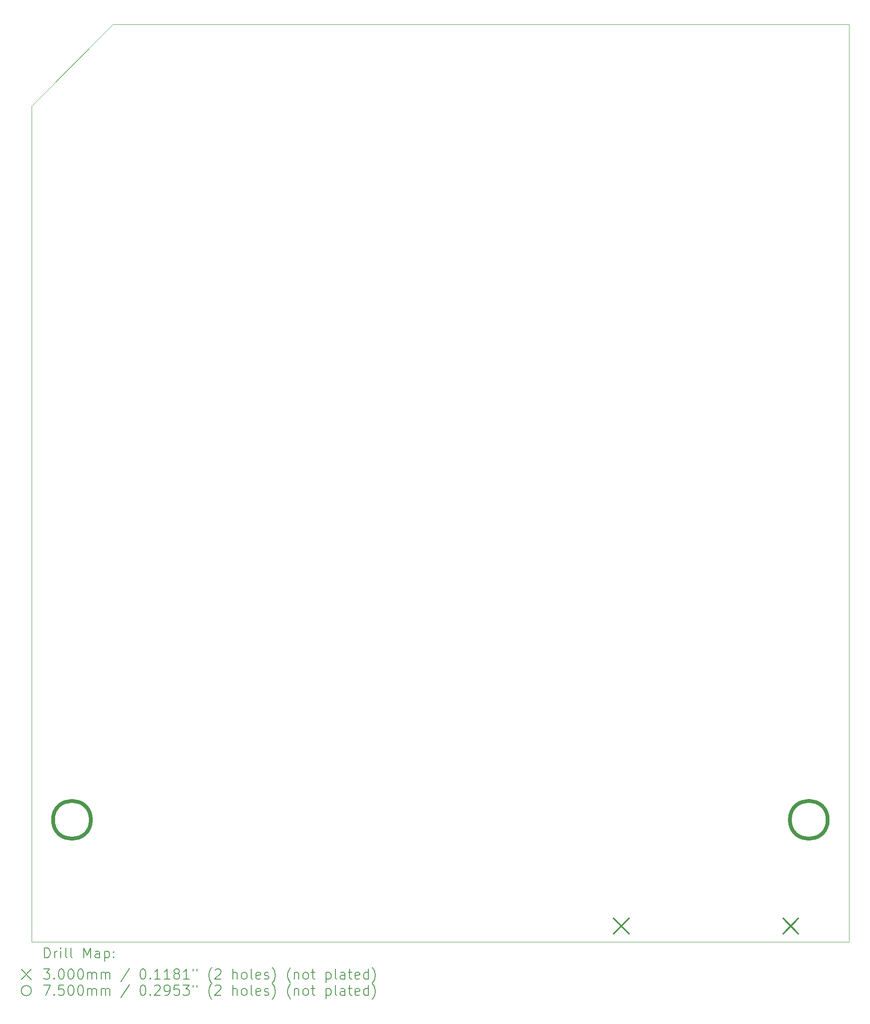
<source format=gbr>
%TF.GenerationSoftware,KiCad,Pcbnew,8.0.5*%
%TF.CreationDate,2024-11-12T22:59:27-08:00*%
%TF.ProjectId,URBAN_CELL_BOARD,55524241-4e5f-4434-954c-4c5f424f4152,rev?*%
%TF.SameCoordinates,Original*%
%TF.FileFunction,Drillmap*%
%TF.FilePolarity,Positive*%
%FSLAX45Y45*%
G04 Gerber Fmt 4.5, Leading zero omitted, Abs format (unit mm)*
G04 Created by KiCad (PCBNEW 8.0.5) date 2024-11-12 22:59:27*
%MOMM*%
%LPD*%
G01*
G04 APERTURE LIST*
%ADD10C,0.100000*%
%ADD11C,0.200000*%
%ADD12C,0.300000*%
%ADD13C,0.750000*%
G04 APERTURE END LIST*
D10*
X8387900Y-28158400D02*
X8387900Y-11612100D01*
X10000000Y-10000000D02*
X24587900Y-10000000D01*
X8387900Y-11612100D02*
X10000000Y-10000000D01*
X24587900Y-28158400D02*
X8387900Y-28158400D01*
X24587900Y-10000000D02*
X24587900Y-28158400D01*
D11*
D12*
X19921500Y-27694500D02*
X20221500Y-27994500D01*
X20221500Y-27694500D02*
X19921500Y-27994500D01*
X23281500Y-27694500D02*
X23581500Y-27994500D01*
X23581500Y-27694500D02*
X23281500Y-27994500D01*
D13*
X9562900Y-25742100D02*
G75*
G02*
X8812900Y-25742100I-375000J0D01*
G01*
X8812900Y-25742100D02*
G75*
G02*
X9562900Y-25742100I375000J0D01*
G01*
X24162900Y-25742100D02*
G75*
G02*
X23412900Y-25742100I-375000J0D01*
G01*
X23412900Y-25742100D02*
G75*
G02*
X24162900Y-25742100I375000J0D01*
G01*
D11*
X8643677Y-28474884D02*
X8643677Y-28274884D01*
X8643677Y-28274884D02*
X8691296Y-28274884D01*
X8691296Y-28274884D02*
X8719867Y-28284408D01*
X8719867Y-28284408D02*
X8738915Y-28303455D01*
X8738915Y-28303455D02*
X8748439Y-28322503D01*
X8748439Y-28322503D02*
X8757963Y-28360598D01*
X8757963Y-28360598D02*
X8757963Y-28389169D01*
X8757963Y-28389169D02*
X8748439Y-28427265D01*
X8748439Y-28427265D02*
X8738915Y-28446312D01*
X8738915Y-28446312D02*
X8719867Y-28465360D01*
X8719867Y-28465360D02*
X8691296Y-28474884D01*
X8691296Y-28474884D02*
X8643677Y-28474884D01*
X8843677Y-28474884D02*
X8843677Y-28341550D01*
X8843677Y-28379646D02*
X8853201Y-28360598D01*
X8853201Y-28360598D02*
X8862724Y-28351074D01*
X8862724Y-28351074D02*
X8881772Y-28341550D01*
X8881772Y-28341550D02*
X8900820Y-28341550D01*
X8967486Y-28474884D02*
X8967486Y-28341550D01*
X8967486Y-28274884D02*
X8957963Y-28284408D01*
X8957963Y-28284408D02*
X8967486Y-28293931D01*
X8967486Y-28293931D02*
X8977010Y-28284408D01*
X8977010Y-28284408D02*
X8967486Y-28274884D01*
X8967486Y-28274884D02*
X8967486Y-28293931D01*
X9091296Y-28474884D02*
X9072248Y-28465360D01*
X9072248Y-28465360D02*
X9062724Y-28446312D01*
X9062724Y-28446312D02*
X9062724Y-28274884D01*
X9196058Y-28474884D02*
X9177010Y-28465360D01*
X9177010Y-28465360D02*
X9167486Y-28446312D01*
X9167486Y-28446312D02*
X9167486Y-28274884D01*
X9424629Y-28474884D02*
X9424629Y-28274884D01*
X9424629Y-28274884D02*
X9491296Y-28417741D01*
X9491296Y-28417741D02*
X9557963Y-28274884D01*
X9557963Y-28274884D02*
X9557963Y-28474884D01*
X9738915Y-28474884D02*
X9738915Y-28370122D01*
X9738915Y-28370122D02*
X9729391Y-28351074D01*
X9729391Y-28351074D02*
X9710344Y-28341550D01*
X9710344Y-28341550D02*
X9672248Y-28341550D01*
X9672248Y-28341550D02*
X9653201Y-28351074D01*
X9738915Y-28465360D02*
X9719867Y-28474884D01*
X9719867Y-28474884D02*
X9672248Y-28474884D01*
X9672248Y-28474884D02*
X9653201Y-28465360D01*
X9653201Y-28465360D02*
X9643677Y-28446312D01*
X9643677Y-28446312D02*
X9643677Y-28427265D01*
X9643677Y-28427265D02*
X9653201Y-28408217D01*
X9653201Y-28408217D02*
X9672248Y-28398693D01*
X9672248Y-28398693D02*
X9719867Y-28398693D01*
X9719867Y-28398693D02*
X9738915Y-28389169D01*
X9834153Y-28341550D02*
X9834153Y-28541550D01*
X9834153Y-28351074D02*
X9853201Y-28341550D01*
X9853201Y-28341550D02*
X9891296Y-28341550D01*
X9891296Y-28341550D02*
X9910344Y-28351074D01*
X9910344Y-28351074D02*
X9919867Y-28360598D01*
X9919867Y-28360598D02*
X9929391Y-28379646D01*
X9929391Y-28379646D02*
X9929391Y-28436788D01*
X9929391Y-28436788D02*
X9919867Y-28455836D01*
X9919867Y-28455836D02*
X9910344Y-28465360D01*
X9910344Y-28465360D02*
X9891296Y-28474884D01*
X9891296Y-28474884D02*
X9853201Y-28474884D01*
X9853201Y-28474884D02*
X9834153Y-28465360D01*
X10015105Y-28455836D02*
X10024629Y-28465360D01*
X10024629Y-28465360D02*
X10015105Y-28474884D01*
X10015105Y-28474884D02*
X10005582Y-28465360D01*
X10005582Y-28465360D02*
X10015105Y-28455836D01*
X10015105Y-28455836D02*
X10015105Y-28474884D01*
X10015105Y-28351074D02*
X10024629Y-28360598D01*
X10024629Y-28360598D02*
X10015105Y-28370122D01*
X10015105Y-28370122D02*
X10005582Y-28360598D01*
X10005582Y-28360598D02*
X10015105Y-28351074D01*
X10015105Y-28351074D02*
X10015105Y-28370122D01*
X8182900Y-28703400D02*
X8382900Y-28903400D01*
X8382900Y-28703400D02*
X8182900Y-28903400D01*
X8624629Y-28694884D02*
X8748439Y-28694884D01*
X8748439Y-28694884D02*
X8681772Y-28771074D01*
X8681772Y-28771074D02*
X8710344Y-28771074D01*
X8710344Y-28771074D02*
X8729391Y-28780598D01*
X8729391Y-28780598D02*
X8738915Y-28790122D01*
X8738915Y-28790122D02*
X8748439Y-28809169D01*
X8748439Y-28809169D02*
X8748439Y-28856788D01*
X8748439Y-28856788D02*
X8738915Y-28875836D01*
X8738915Y-28875836D02*
X8729391Y-28885360D01*
X8729391Y-28885360D02*
X8710344Y-28894884D01*
X8710344Y-28894884D02*
X8653201Y-28894884D01*
X8653201Y-28894884D02*
X8634153Y-28885360D01*
X8634153Y-28885360D02*
X8624629Y-28875836D01*
X8834153Y-28875836D02*
X8843677Y-28885360D01*
X8843677Y-28885360D02*
X8834153Y-28894884D01*
X8834153Y-28894884D02*
X8824629Y-28885360D01*
X8824629Y-28885360D02*
X8834153Y-28875836D01*
X8834153Y-28875836D02*
X8834153Y-28894884D01*
X8967486Y-28694884D02*
X8986534Y-28694884D01*
X8986534Y-28694884D02*
X9005582Y-28704408D01*
X9005582Y-28704408D02*
X9015105Y-28713931D01*
X9015105Y-28713931D02*
X9024629Y-28732979D01*
X9024629Y-28732979D02*
X9034153Y-28771074D01*
X9034153Y-28771074D02*
X9034153Y-28818693D01*
X9034153Y-28818693D02*
X9024629Y-28856788D01*
X9024629Y-28856788D02*
X9015105Y-28875836D01*
X9015105Y-28875836D02*
X9005582Y-28885360D01*
X9005582Y-28885360D02*
X8986534Y-28894884D01*
X8986534Y-28894884D02*
X8967486Y-28894884D01*
X8967486Y-28894884D02*
X8948439Y-28885360D01*
X8948439Y-28885360D02*
X8938915Y-28875836D01*
X8938915Y-28875836D02*
X8929391Y-28856788D01*
X8929391Y-28856788D02*
X8919867Y-28818693D01*
X8919867Y-28818693D02*
X8919867Y-28771074D01*
X8919867Y-28771074D02*
X8929391Y-28732979D01*
X8929391Y-28732979D02*
X8938915Y-28713931D01*
X8938915Y-28713931D02*
X8948439Y-28704408D01*
X8948439Y-28704408D02*
X8967486Y-28694884D01*
X9157963Y-28694884D02*
X9177010Y-28694884D01*
X9177010Y-28694884D02*
X9196058Y-28704408D01*
X9196058Y-28704408D02*
X9205582Y-28713931D01*
X9205582Y-28713931D02*
X9215105Y-28732979D01*
X9215105Y-28732979D02*
X9224629Y-28771074D01*
X9224629Y-28771074D02*
X9224629Y-28818693D01*
X9224629Y-28818693D02*
X9215105Y-28856788D01*
X9215105Y-28856788D02*
X9205582Y-28875836D01*
X9205582Y-28875836D02*
X9196058Y-28885360D01*
X9196058Y-28885360D02*
X9177010Y-28894884D01*
X9177010Y-28894884D02*
X9157963Y-28894884D01*
X9157963Y-28894884D02*
X9138915Y-28885360D01*
X9138915Y-28885360D02*
X9129391Y-28875836D01*
X9129391Y-28875836D02*
X9119867Y-28856788D01*
X9119867Y-28856788D02*
X9110344Y-28818693D01*
X9110344Y-28818693D02*
X9110344Y-28771074D01*
X9110344Y-28771074D02*
X9119867Y-28732979D01*
X9119867Y-28732979D02*
X9129391Y-28713931D01*
X9129391Y-28713931D02*
X9138915Y-28704408D01*
X9138915Y-28704408D02*
X9157963Y-28694884D01*
X9348439Y-28694884D02*
X9367486Y-28694884D01*
X9367486Y-28694884D02*
X9386534Y-28704408D01*
X9386534Y-28704408D02*
X9396058Y-28713931D01*
X9396058Y-28713931D02*
X9405582Y-28732979D01*
X9405582Y-28732979D02*
X9415105Y-28771074D01*
X9415105Y-28771074D02*
X9415105Y-28818693D01*
X9415105Y-28818693D02*
X9405582Y-28856788D01*
X9405582Y-28856788D02*
X9396058Y-28875836D01*
X9396058Y-28875836D02*
X9386534Y-28885360D01*
X9386534Y-28885360D02*
X9367486Y-28894884D01*
X9367486Y-28894884D02*
X9348439Y-28894884D01*
X9348439Y-28894884D02*
X9329391Y-28885360D01*
X9329391Y-28885360D02*
X9319867Y-28875836D01*
X9319867Y-28875836D02*
X9310344Y-28856788D01*
X9310344Y-28856788D02*
X9300820Y-28818693D01*
X9300820Y-28818693D02*
X9300820Y-28771074D01*
X9300820Y-28771074D02*
X9310344Y-28732979D01*
X9310344Y-28732979D02*
X9319867Y-28713931D01*
X9319867Y-28713931D02*
X9329391Y-28704408D01*
X9329391Y-28704408D02*
X9348439Y-28694884D01*
X9500820Y-28894884D02*
X9500820Y-28761550D01*
X9500820Y-28780598D02*
X9510344Y-28771074D01*
X9510344Y-28771074D02*
X9529391Y-28761550D01*
X9529391Y-28761550D02*
X9557963Y-28761550D01*
X9557963Y-28761550D02*
X9577010Y-28771074D01*
X9577010Y-28771074D02*
X9586534Y-28790122D01*
X9586534Y-28790122D02*
X9586534Y-28894884D01*
X9586534Y-28790122D02*
X9596058Y-28771074D01*
X9596058Y-28771074D02*
X9615105Y-28761550D01*
X9615105Y-28761550D02*
X9643677Y-28761550D01*
X9643677Y-28761550D02*
X9662725Y-28771074D01*
X9662725Y-28771074D02*
X9672248Y-28790122D01*
X9672248Y-28790122D02*
X9672248Y-28894884D01*
X9767486Y-28894884D02*
X9767486Y-28761550D01*
X9767486Y-28780598D02*
X9777010Y-28771074D01*
X9777010Y-28771074D02*
X9796058Y-28761550D01*
X9796058Y-28761550D02*
X9824629Y-28761550D01*
X9824629Y-28761550D02*
X9843677Y-28771074D01*
X9843677Y-28771074D02*
X9853201Y-28790122D01*
X9853201Y-28790122D02*
X9853201Y-28894884D01*
X9853201Y-28790122D02*
X9862725Y-28771074D01*
X9862725Y-28771074D02*
X9881772Y-28761550D01*
X9881772Y-28761550D02*
X9910344Y-28761550D01*
X9910344Y-28761550D02*
X9929391Y-28771074D01*
X9929391Y-28771074D02*
X9938915Y-28790122D01*
X9938915Y-28790122D02*
X9938915Y-28894884D01*
X10329391Y-28685360D02*
X10157963Y-28942503D01*
X10586534Y-28694884D02*
X10605582Y-28694884D01*
X10605582Y-28694884D02*
X10624629Y-28704408D01*
X10624629Y-28704408D02*
X10634153Y-28713931D01*
X10634153Y-28713931D02*
X10643677Y-28732979D01*
X10643677Y-28732979D02*
X10653201Y-28771074D01*
X10653201Y-28771074D02*
X10653201Y-28818693D01*
X10653201Y-28818693D02*
X10643677Y-28856788D01*
X10643677Y-28856788D02*
X10634153Y-28875836D01*
X10634153Y-28875836D02*
X10624629Y-28885360D01*
X10624629Y-28885360D02*
X10605582Y-28894884D01*
X10605582Y-28894884D02*
X10586534Y-28894884D01*
X10586534Y-28894884D02*
X10567487Y-28885360D01*
X10567487Y-28885360D02*
X10557963Y-28875836D01*
X10557963Y-28875836D02*
X10548439Y-28856788D01*
X10548439Y-28856788D02*
X10538915Y-28818693D01*
X10538915Y-28818693D02*
X10538915Y-28771074D01*
X10538915Y-28771074D02*
X10548439Y-28732979D01*
X10548439Y-28732979D02*
X10557963Y-28713931D01*
X10557963Y-28713931D02*
X10567487Y-28704408D01*
X10567487Y-28704408D02*
X10586534Y-28694884D01*
X10738915Y-28875836D02*
X10748439Y-28885360D01*
X10748439Y-28885360D02*
X10738915Y-28894884D01*
X10738915Y-28894884D02*
X10729391Y-28885360D01*
X10729391Y-28885360D02*
X10738915Y-28875836D01*
X10738915Y-28875836D02*
X10738915Y-28894884D01*
X10938915Y-28894884D02*
X10824629Y-28894884D01*
X10881772Y-28894884D02*
X10881772Y-28694884D01*
X10881772Y-28694884D02*
X10862725Y-28723455D01*
X10862725Y-28723455D02*
X10843677Y-28742503D01*
X10843677Y-28742503D02*
X10824629Y-28752027D01*
X11129391Y-28894884D02*
X11015106Y-28894884D01*
X11072248Y-28894884D02*
X11072248Y-28694884D01*
X11072248Y-28694884D02*
X11053201Y-28723455D01*
X11053201Y-28723455D02*
X11034153Y-28742503D01*
X11034153Y-28742503D02*
X11015106Y-28752027D01*
X11243677Y-28780598D02*
X11224629Y-28771074D01*
X11224629Y-28771074D02*
X11215106Y-28761550D01*
X11215106Y-28761550D02*
X11205582Y-28742503D01*
X11205582Y-28742503D02*
X11205582Y-28732979D01*
X11205582Y-28732979D02*
X11215106Y-28713931D01*
X11215106Y-28713931D02*
X11224629Y-28704408D01*
X11224629Y-28704408D02*
X11243677Y-28694884D01*
X11243677Y-28694884D02*
X11281772Y-28694884D01*
X11281772Y-28694884D02*
X11300820Y-28704408D01*
X11300820Y-28704408D02*
X11310344Y-28713931D01*
X11310344Y-28713931D02*
X11319867Y-28732979D01*
X11319867Y-28732979D02*
X11319867Y-28742503D01*
X11319867Y-28742503D02*
X11310344Y-28761550D01*
X11310344Y-28761550D02*
X11300820Y-28771074D01*
X11300820Y-28771074D02*
X11281772Y-28780598D01*
X11281772Y-28780598D02*
X11243677Y-28780598D01*
X11243677Y-28780598D02*
X11224629Y-28790122D01*
X11224629Y-28790122D02*
X11215106Y-28799646D01*
X11215106Y-28799646D02*
X11205582Y-28818693D01*
X11205582Y-28818693D02*
X11205582Y-28856788D01*
X11205582Y-28856788D02*
X11215106Y-28875836D01*
X11215106Y-28875836D02*
X11224629Y-28885360D01*
X11224629Y-28885360D02*
X11243677Y-28894884D01*
X11243677Y-28894884D02*
X11281772Y-28894884D01*
X11281772Y-28894884D02*
X11300820Y-28885360D01*
X11300820Y-28885360D02*
X11310344Y-28875836D01*
X11310344Y-28875836D02*
X11319867Y-28856788D01*
X11319867Y-28856788D02*
X11319867Y-28818693D01*
X11319867Y-28818693D02*
X11310344Y-28799646D01*
X11310344Y-28799646D02*
X11300820Y-28790122D01*
X11300820Y-28790122D02*
X11281772Y-28780598D01*
X11510344Y-28894884D02*
X11396058Y-28894884D01*
X11453201Y-28894884D02*
X11453201Y-28694884D01*
X11453201Y-28694884D02*
X11434153Y-28723455D01*
X11434153Y-28723455D02*
X11415106Y-28742503D01*
X11415106Y-28742503D02*
X11396058Y-28752027D01*
X11586534Y-28694884D02*
X11586534Y-28732979D01*
X11662725Y-28694884D02*
X11662725Y-28732979D01*
X11957963Y-28971074D02*
X11948439Y-28961550D01*
X11948439Y-28961550D02*
X11929391Y-28932979D01*
X11929391Y-28932979D02*
X11919868Y-28913931D01*
X11919868Y-28913931D02*
X11910344Y-28885360D01*
X11910344Y-28885360D02*
X11900820Y-28837741D01*
X11900820Y-28837741D02*
X11900820Y-28799646D01*
X11900820Y-28799646D02*
X11910344Y-28752027D01*
X11910344Y-28752027D02*
X11919868Y-28723455D01*
X11919868Y-28723455D02*
X11929391Y-28704408D01*
X11929391Y-28704408D02*
X11948439Y-28675836D01*
X11948439Y-28675836D02*
X11957963Y-28666312D01*
X12024629Y-28713931D02*
X12034153Y-28704408D01*
X12034153Y-28704408D02*
X12053201Y-28694884D01*
X12053201Y-28694884D02*
X12100820Y-28694884D01*
X12100820Y-28694884D02*
X12119868Y-28704408D01*
X12119868Y-28704408D02*
X12129391Y-28713931D01*
X12129391Y-28713931D02*
X12138915Y-28732979D01*
X12138915Y-28732979D02*
X12138915Y-28752027D01*
X12138915Y-28752027D02*
X12129391Y-28780598D01*
X12129391Y-28780598D02*
X12015106Y-28894884D01*
X12015106Y-28894884D02*
X12138915Y-28894884D01*
X12377010Y-28894884D02*
X12377010Y-28694884D01*
X12462725Y-28894884D02*
X12462725Y-28790122D01*
X12462725Y-28790122D02*
X12453201Y-28771074D01*
X12453201Y-28771074D02*
X12434153Y-28761550D01*
X12434153Y-28761550D02*
X12405582Y-28761550D01*
X12405582Y-28761550D02*
X12386534Y-28771074D01*
X12386534Y-28771074D02*
X12377010Y-28780598D01*
X12586534Y-28894884D02*
X12567487Y-28885360D01*
X12567487Y-28885360D02*
X12557963Y-28875836D01*
X12557963Y-28875836D02*
X12548439Y-28856788D01*
X12548439Y-28856788D02*
X12548439Y-28799646D01*
X12548439Y-28799646D02*
X12557963Y-28780598D01*
X12557963Y-28780598D02*
X12567487Y-28771074D01*
X12567487Y-28771074D02*
X12586534Y-28761550D01*
X12586534Y-28761550D02*
X12615106Y-28761550D01*
X12615106Y-28761550D02*
X12634153Y-28771074D01*
X12634153Y-28771074D02*
X12643677Y-28780598D01*
X12643677Y-28780598D02*
X12653201Y-28799646D01*
X12653201Y-28799646D02*
X12653201Y-28856788D01*
X12653201Y-28856788D02*
X12643677Y-28875836D01*
X12643677Y-28875836D02*
X12634153Y-28885360D01*
X12634153Y-28885360D02*
X12615106Y-28894884D01*
X12615106Y-28894884D02*
X12586534Y-28894884D01*
X12767487Y-28894884D02*
X12748439Y-28885360D01*
X12748439Y-28885360D02*
X12738915Y-28866312D01*
X12738915Y-28866312D02*
X12738915Y-28694884D01*
X12919868Y-28885360D02*
X12900820Y-28894884D01*
X12900820Y-28894884D02*
X12862725Y-28894884D01*
X12862725Y-28894884D02*
X12843677Y-28885360D01*
X12843677Y-28885360D02*
X12834153Y-28866312D01*
X12834153Y-28866312D02*
X12834153Y-28790122D01*
X12834153Y-28790122D02*
X12843677Y-28771074D01*
X12843677Y-28771074D02*
X12862725Y-28761550D01*
X12862725Y-28761550D02*
X12900820Y-28761550D01*
X12900820Y-28761550D02*
X12919868Y-28771074D01*
X12919868Y-28771074D02*
X12929391Y-28790122D01*
X12929391Y-28790122D02*
X12929391Y-28809169D01*
X12929391Y-28809169D02*
X12834153Y-28828217D01*
X13005582Y-28885360D02*
X13024630Y-28894884D01*
X13024630Y-28894884D02*
X13062725Y-28894884D01*
X13062725Y-28894884D02*
X13081772Y-28885360D01*
X13081772Y-28885360D02*
X13091296Y-28866312D01*
X13091296Y-28866312D02*
X13091296Y-28856788D01*
X13091296Y-28856788D02*
X13081772Y-28837741D01*
X13081772Y-28837741D02*
X13062725Y-28828217D01*
X13062725Y-28828217D02*
X13034153Y-28828217D01*
X13034153Y-28828217D02*
X13015106Y-28818693D01*
X13015106Y-28818693D02*
X13005582Y-28799646D01*
X13005582Y-28799646D02*
X13005582Y-28790122D01*
X13005582Y-28790122D02*
X13015106Y-28771074D01*
X13015106Y-28771074D02*
X13034153Y-28761550D01*
X13034153Y-28761550D02*
X13062725Y-28761550D01*
X13062725Y-28761550D02*
X13081772Y-28771074D01*
X13157963Y-28971074D02*
X13167487Y-28961550D01*
X13167487Y-28961550D02*
X13186534Y-28932979D01*
X13186534Y-28932979D02*
X13196058Y-28913931D01*
X13196058Y-28913931D02*
X13205582Y-28885360D01*
X13205582Y-28885360D02*
X13215106Y-28837741D01*
X13215106Y-28837741D02*
X13215106Y-28799646D01*
X13215106Y-28799646D02*
X13205582Y-28752027D01*
X13205582Y-28752027D02*
X13196058Y-28723455D01*
X13196058Y-28723455D02*
X13186534Y-28704408D01*
X13186534Y-28704408D02*
X13167487Y-28675836D01*
X13167487Y-28675836D02*
X13157963Y-28666312D01*
X13519868Y-28971074D02*
X13510344Y-28961550D01*
X13510344Y-28961550D02*
X13491296Y-28932979D01*
X13491296Y-28932979D02*
X13481772Y-28913931D01*
X13481772Y-28913931D02*
X13472249Y-28885360D01*
X13472249Y-28885360D02*
X13462725Y-28837741D01*
X13462725Y-28837741D02*
X13462725Y-28799646D01*
X13462725Y-28799646D02*
X13472249Y-28752027D01*
X13472249Y-28752027D02*
X13481772Y-28723455D01*
X13481772Y-28723455D02*
X13491296Y-28704408D01*
X13491296Y-28704408D02*
X13510344Y-28675836D01*
X13510344Y-28675836D02*
X13519868Y-28666312D01*
X13596058Y-28761550D02*
X13596058Y-28894884D01*
X13596058Y-28780598D02*
X13605582Y-28771074D01*
X13605582Y-28771074D02*
X13624630Y-28761550D01*
X13624630Y-28761550D02*
X13653201Y-28761550D01*
X13653201Y-28761550D02*
X13672249Y-28771074D01*
X13672249Y-28771074D02*
X13681772Y-28790122D01*
X13681772Y-28790122D02*
X13681772Y-28894884D01*
X13805582Y-28894884D02*
X13786534Y-28885360D01*
X13786534Y-28885360D02*
X13777011Y-28875836D01*
X13777011Y-28875836D02*
X13767487Y-28856788D01*
X13767487Y-28856788D02*
X13767487Y-28799646D01*
X13767487Y-28799646D02*
X13777011Y-28780598D01*
X13777011Y-28780598D02*
X13786534Y-28771074D01*
X13786534Y-28771074D02*
X13805582Y-28761550D01*
X13805582Y-28761550D02*
X13834153Y-28761550D01*
X13834153Y-28761550D02*
X13853201Y-28771074D01*
X13853201Y-28771074D02*
X13862725Y-28780598D01*
X13862725Y-28780598D02*
X13872249Y-28799646D01*
X13872249Y-28799646D02*
X13872249Y-28856788D01*
X13872249Y-28856788D02*
X13862725Y-28875836D01*
X13862725Y-28875836D02*
X13853201Y-28885360D01*
X13853201Y-28885360D02*
X13834153Y-28894884D01*
X13834153Y-28894884D02*
X13805582Y-28894884D01*
X13929392Y-28761550D02*
X14005582Y-28761550D01*
X13957963Y-28694884D02*
X13957963Y-28866312D01*
X13957963Y-28866312D02*
X13967487Y-28885360D01*
X13967487Y-28885360D02*
X13986534Y-28894884D01*
X13986534Y-28894884D02*
X14005582Y-28894884D01*
X14224630Y-28761550D02*
X14224630Y-28961550D01*
X14224630Y-28771074D02*
X14243677Y-28761550D01*
X14243677Y-28761550D02*
X14281773Y-28761550D01*
X14281773Y-28761550D02*
X14300820Y-28771074D01*
X14300820Y-28771074D02*
X14310344Y-28780598D01*
X14310344Y-28780598D02*
X14319868Y-28799646D01*
X14319868Y-28799646D02*
X14319868Y-28856788D01*
X14319868Y-28856788D02*
X14310344Y-28875836D01*
X14310344Y-28875836D02*
X14300820Y-28885360D01*
X14300820Y-28885360D02*
X14281773Y-28894884D01*
X14281773Y-28894884D02*
X14243677Y-28894884D01*
X14243677Y-28894884D02*
X14224630Y-28885360D01*
X14434153Y-28894884D02*
X14415106Y-28885360D01*
X14415106Y-28885360D02*
X14405582Y-28866312D01*
X14405582Y-28866312D02*
X14405582Y-28694884D01*
X14596058Y-28894884D02*
X14596058Y-28790122D01*
X14596058Y-28790122D02*
X14586534Y-28771074D01*
X14586534Y-28771074D02*
X14567487Y-28761550D01*
X14567487Y-28761550D02*
X14529392Y-28761550D01*
X14529392Y-28761550D02*
X14510344Y-28771074D01*
X14596058Y-28885360D02*
X14577011Y-28894884D01*
X14577011Y-28894884D02*
X14529392Y-28894884D01*
X14529392Y-28894884D02*
X14510344Y-28885360D01*
X14510344Y-28885360D02*
X14500820Y-28866312D01*
X14500820Y-28866312D02*
X14500820Y-28847265D01*
X14500820Y-28847265D02*
X14510344Y-28828217D01*
X14510344Y-28828217D02*
X14529392Y-28818693D01*
X14529392Y-28818693D02*
X14577011Y-28818693D01*
X14577011Y-28818693D02*
X14596058Y-28809169D01*
X14662725Y-28761550D02*
X14738915Y-28761550D01*
X14691296Y-28694884D02*
X14691296Y-28866312D01*
X14691296Y-28866312D02*
X14700820Y-28885360D01*
X14700820Y-28885360D02*
X14719868Y-28894884D01*
X14719868Y-28894884D02*
X14738915Y-28894884D01*
X14881773Y-28885360D02*
X14862725Y-28894884D01*
X14862725Y-28894884D02*
X14824630Y-28894884D01*
X14824630Y-28894884D02*
X14805582Y-28885360D01*
X14805582Y-28885360D02*
X14796058Y-28866312D01*
X14796058Y-28866312D02*
X14796058Y-28790122D01*
X14796058Y-28790122D02*
X14805582Y-28771074D01*
X14805582Y-28771074D02*
X14824630Y-28761550D01*
X14824630Y-28761550D02*
X14862725Y-28761550D01*
X14862725Y-28761550D02*
X14881773Y-28771074D01*
X14881773Y-28771074D02*
X14891296Y-28790122D01*
X14891296Y-28790122D02*
X14891296Y-28809169D01*
X14891296Y-28809169D02*
X14796058Y-28828217D01*
X15062725Y-28894884D02*
X15062725Y-28694884D01*
X15062725Y-28885360D02*
X15043677Y-28894884D01*
X15043677Y-28894884D02*
X15005582Y-28894884D01*
X15005582Y-28894884D02*
X14986534Y-28885360D01*
X14986534Y-28885360D02*
X14977011Y-28875836D01*
X14977011Y-28875836D02*
X14967487Y-28856788D01*
X14967487Y-28856788D02*
X14967487Y-28799646D01*
X14967487Y-28799646D02*
X14977011Y-28780598D01*
X14977011Y-28780598D02*
X14986534Y-28771074D01*
X14986534Y-28771074D02*
X15005582Y-28761550D01*
X15005582Y-28761550D02*
X15043677Y-28761550D01*
X15043677Y-28761550D02*
X15062725Y-28771074D01*
X15138915Y-28971074D02*
X15148439Y-28961550D01*
X15148439Y-28961550D02*
X15167487Y-28932979D01*
X15167487Y-28932979D02*
X15177011Y-28913931D01*
X15177011Y-28913931D02*
X15186534Y-28885360D01*
X15186534Y-28885360D02*
X15196058Y-28837741D01*
X15196058Y-28837741D02*
X15196058Y-28799646D01*
X15196058Y-28799646D02*
X15186534Y-28752027D01*
X15186534Y-28752027D02*
X15177011Y-28723455D01*
X15177011Y-28723455D02*
X15167487Y-28704408D01*
X15167487Y-28704408D02*
X15148439Y-28675836D01*
X15148439Y-28675836D02*
X15138915Y-28666312D01*
X8382900Y-29123400D02*
G75*
G02*
X8182900Y-29123400I-100000J0D01*
G01*
X8182900Y-29123400D02*
G75*
G02*
X8382900Y-29123400I100000J0D01*
G01*
X8624629Y-29014884D02*
X8757963Y-29014884D01*
X8757963Y-29014884D02*
X8672248Y-29214884D01*
X8834153Y-29195836D02*
X8843677Y-29205360D01*
X8843677Y-29205360D02*
X8834153Y-29214884D01*
X8834153Y-29214884D02*
X8824629Y-29205360D01*
X8824629Y-29205360D02*
X8834153Y-29195836D01*
X8834153Y-29195836D02*
X8834153Y-29214884D01*
X9024629Y-29014884D02*
X8929391Y-29014884D01*
X8929391Y-29014884D02*
X8919867Y-29110122D01*
X8919867Y-29110122D02*
X8929391Y-29100598D01*
X8929391Y-29100598D02*
X8948439Y-29091074D01*
X8948439Y-29091074D02*
X8996058Y-29091074D01*
X8996058Y-29091074D02*
X9015105Y-29100598D01*
X9015105Y-29100598D02*
X9024629Y-29110122D01*
X9024629Y-29110122D02*
X9034153Y-29129169D01*
X9034153Y-29129169D02*
X9034153Y-29176788D01*
X9034153Y-29176788D02*
X9024629Y-29195836D01*
X9024629Y-29195836D02*
X9015105Y-29205360D01*
X9015105Y-29205360D02*
X8996058Y-29214884D01*
X8996058Y-29214884D02*
X8948439Y-29214884D01*
X8948439Y-29214884D02*
X8929391Y-29205360D01*
X8929391Y-29205360D02*
X8919867Y-29195836D01*
X9157963Y-29014884D02*
X9177010Y-29014884D01*
X9177010Y-29014884D02*
X9196058Y-29024408D01*
X9196058Y-29024408D02*
X9205582Y-29033931D01*
X9205582Y-29033931D02*
X9215105Y-29052979D01*
X9215105Y-29052979D02*
X9224629Y-29091074D01*
X9224629Y-29091074D02*
X9224629Y-29138693D01*
X9224629Y-29138693D02*
X9215105Y-29176788D01*
X9215105Y-29176788D02*
X9205582Y-29195836D01*
X9205582Y-29195836D02*
X9196058Y-29205360D01*
X9196058Y-29205360D02*
X9177010Y-29214884D01*
X9177010Y-29214884D02*
X9157963Y-29214884D01*
X9157963Y-29214884D02*
X9138915Y-29205360D01*
X9138915Y-29205360D02*
X9129391Y-29195836D01*
X9129391Y-29195836D02*
X9119867Y-29176788D01*
X9119867Y-29176788D02*
X9110344Y-29138693D01*
X9110344Y-29138693D02*
X9110344Y-29091074D01*
X9110344Y-29091074D02*
X9119867Y-29052979D01*
X9119867Y-29052979D02*
X9129391Y-29033931D01*
X9129391Y-29033931D02*
X9138915Y-29024408D01*
X9138915Y-29024408D02*
X9157963Y-29014884D01*
X9348439Y-29014884D02*
X9367486Y-29014884D01*
X9367486Y-29014884D02*
X9386534Y-29024408D01*
X9386534Y-29024408D02*
X9396058Y-29033931D01*
X9396058Y-29033931D02*
X9405582Y-29052979D01*
X9405582Y-29052979D02*
X9415105Y-29091074D01*
X9415105Y-29091074D02*
X9415105Y-29138693D01*
X9415105Y-29138693D02*
X9405582Y-29176788D01*
X9405582Y-29176788D02*
X9396058Y-29195836D01*
X9396058Y-29195836D02*
X9386534Y-29205360D01*
X9386534Y-29205360D02*
X9367486Y-29214884D01*
X9367486Y-29214884D02*
X9348439Y-29214884D01*
X9348439Y-29214884D02*
X9329391Y-29205360D01*
X9329391Y-29205360D02*
X9319867Y-29195836D01*
X9319867Y-29195836D02*
X9310344Y-29176788D01*
X9310344Y-29176788D02*
X9300820Y-29138693D01*
X9300820Y-29138693D02*
X9300820Y-29091074D01*
X9300820Y-29091074D02*
X9310344Y-29052979D01*
X9310344Y-29052979D02*
X9319867Y-29033931D01*
X9319867Y-29033931D02*
X9329391Y-29024408D01*
X9329391Y-29024408D02*
X9348439Y-29014884D01*
X9500820Y-29214884D02*
X9500820Y-29081550D01*
X9500820Y-29100598D02*
X9510344Y-29091074D01*
X9510344Y-29091074D02*
X9529391Y-29081550D01*
X9529391Y-29081550D02*
X9557963Y-29081550D01*
X9557963Y-29081550D02*
X9577010Y-29091074D01*
X9577010Y-29091074D02*
X9586534Y-29110122D01*
X9586534Y-29110122D02*
X9586534Y-29214884D01*
X9586534Y-29110122D02*
X9596058Y-29091074D01*
X9596058Y-29091074D02*
X9615105Y-29081550D01*
X9615105Y-29081550D02*
X9643677Y-29081550D01*
X9643677Y-29081550D02*
X9662725Y-29091074D01*
X9662725Y-29091074D02*
X9672248Y-29110122D01*
X9672248Y-29110122D02*
X9672248Y-29214884D01*
X9767486Y-29214884D02*
X9767486Y-29081550D01*
X9767486Y-29100598D02*
X9777010Y-29091074D01*
X9777010Y-29091074D02*
X9796058Y-29081550D01*
X9796058Y-29081550D02*
X9824629Y-29081550D01*
X9824629Y-29081550D02*
X9843677Y-29091074D01*
X9843677Y-29091074D02*
X9853201Y-29110122D01*
X9853201Y-29110122D02*
X9853201Y-29214884D01*
X9853201Y-29110122D02*
X9862725Y-29091074D01*
X9862725Y-29091074D02*
X9881772Y-29081550D01*
X9881772Y-29081550D02*
X9910344Y-29081550D01*
X9910344Y-29081550D02*
X9929391Y-29091074D01*
X9929391Y-29091074D02*
X9938915Y-29110122D01*
X9938915Y-29110122D02*
X9938915Y-29214884D01*
X10329391Y-29005360D02*
X10157963Y-29262503D01*
X10586534Y-29014884D02*
X10605582Y-29014884D01*
X10605582Y-29014884D02*
X10624629Y-29024408D01*
X10624629Y-29024408D02*
X10634153Y-29033931D01*
X10634153Y-29033931D02*
X10643677Y-29052979D01*
X10643677Y-29052979D02*
X10653201Y-29091074D01*
X10653201Y-29091074D02*
X10653201Y-29138693D01*
X10653201Y-29138693D02*
X10643677Y-29176788D01*
X10643677Y-29176788D02*
X10634153Y-29195836D01*
X10634153Y-29195836D02*
X10624629Y-29205360D01*
X10624629Y-29205360D02*
X10605582Y-29214884D01*
X10605582Y-29214884D02*
X10586534Y-29214884D01*
X10586534Y-29214884D02*
X10567487Y-29205360D01*
X10567487Y-29205360D02*
X10557963Y-29195836D01*
X10557963Y-29195836D02*
X10548439Y-29176788D01*
X10548439Y-29176788D02*
X10538915Y-29138693D01*
X10538915Y-29138693D02*
X10538915Y-29091074D01*
X10538915Y-29091074D02*
X10548439Y-29052979D01*
X10548439Y-29052979D02*
X10557963Y-29033931D01*
X10557963Y-29033931D02*
X10567487Y-29024408D01*
X10567487Y-29024408D02*
X10586534Y-29014884D01*
X10738915Y-29195836D02*
X10748439Y-29205360D01*
X10748439Y-29205360D02*
X10738915Y-29214884D01*
X10738915Y-29214884D02*
X10729391Y-29205360D01*
X10729391Y-29205360D02*
X10738915Y-29195836D01*
X10738915Y-29195836D02*
X10738915Y-29214884D01*
X10824629Y-29033931D02*
X10834153Y-29024408D01*
X10834153Y-29024408D02*
X10853201Y-29014884D01*
X10853201Y-29014884D02*
X10900820Y-29014884D01*
X10900820Y-29014884D02*
X10919868Y-29024408D01*
X10919868Y-29024408D02*
X10929391Y-29033931D01*
X10929391Y-29033931D02*
X10938915Y-29052979D01*
X10938915Y-29052979D02*
X10938915Y-29072027D01*
X10938915Y-29072027D02*
X10929391Y-29100598D01*
X10929391Y-29100598D02*
X10815106Y-29214884D01*
X10815106Y-29214884D02*
X10938915Y-29214884D01*
X11034153Y-29214884D02*
X11072248Y-29214884D01*
X11072248Y-29214884D02*
X11091296Y-29205360D01*
X11091296Y-29205360D02*
X11100820Y-29195836D01*
X11100820Y-29195836D02*
X11119868Y-29167265D01*
X11119868Y-29167265D02*
X11129391Y-29129169D01*
X11129391Y-29129169D02*
X11129391Y-29052979D01*
X11129391Y-29052979D02*
X11119868Y-29033931D01*
X11119868Y-29033931D02*
X11110344Y-29024408D01*
X11110344Y-29024408D02*
X11091296Y-29014884D01*
X11091296Y-29014884D02*
X11053201Y-29014884D01*
X11053201Y-29014884D02*
X11034153Y-29024408D01*
X11034153Y-29024408D02*
X11024629Y-29033931D01*
X11024629Y-29033931D02*
X11015106Y-29052979D01*
X11015106Y-29052979D02*
X11015106Y-29100598D01*
X11015106Y-29100598D02*
X11024629Y-29119646D01*
X11024629Y-29119646D02*
X11034153Y-29129169D01*
X11034153Y-29129169D02*
X11053201Y-29138693D01*
X11053201Y-29138693D02*
X11091296Y-29138693D01*
X11091296Y-29138693D02*
X11110344Y-29129169D01*
X11110344Y-29129169D02*
X11119868Y-29119646D01*
X11119868Y-29119646D02*
X11129391Y-29100598D01*
X11310344Y-29014884D02*
X11215106Y-29014884D01*
X11215106Y-29014884D02*
X11205582Y-29110122D01*
X11205582Y-29110122D02*
X11215106Y-29100598D01*
X11215106Y-29100598D02*
X11234153Y-29091074D01*
X11234153Y-29091074D02*
X11281772Y-29091074D01*
X11281772Y-29091074D02*
X11300820Y-29100598D01*
X11300820Y-29100598D02*
X11310344Y-29110122D01*
X11310344Y-29110122D02*
X11319867Y-29129169D01*
X11319867Y-29129169D02*
X11319867Y-29176788D01*
X11319867Y-29176788D02*
X11310344Y-29195836D01*
X11310344Y-29195836D02*
X11300820Y-29205360D01*
X11300820Y-29205360D02*
X11281772Y-29214884D01*
X11281772Y-29214884D02*
X11234153Y-29214884D01*
X11234153Y-29214884D02*
X11215106Y-29205360D01*
X11215106Y-29205360D02*
X11205582Y-29195836D01*
X11386534Y-29014884D02*
X11510344Y-29014884D01*
X11510344Y-29014884D02*
X11443677Y-29091074D01*
X11443677Y-29091074D02*
X11472248Y-29091074D01*
X11472248Y-29091074D02*
X11491296Y-29100598D01*
X11491296Y-29100598D02*
X11500820Y-29110122D01*
X11500820Y-29110122D02*
X11510344Y-29129169D01*
X11510344Y-29129169D02*
X11510344Y-29176788D01*
X11510344Y-29176788D02*
X11500820Y-29195836D01*
X11500820Y-29195836D02*
X11491296Y-29205360D01*
X11491296Y-29205360D02*
X11472248Y-29214884D01*
X11472248Y-29214884D02*
X11415106Y-29214884D01*
X11415106Y-29214884D02*
X11396058Y-29205360D01*
X11396058Y-29205360D02*
X11386534Y-29195836D01*
X11586534Y-29014884D02*
X11586534Y-29052979D01*
X11662725Y-29014884D02*
X11662725Y-29052979D01*
X11957963Y-29291074D02*
X11948439Y-29281550D01*
X11948439Y-29281550D02*
X11929391Y-29252979D01*
X11929391Y-29252979D02*
X11919868Y-29233931D01*
X11919868Y-29233931D02*
X11910344Y-29205360D01*
X11910344Y-29205360D02*
X11900820Y-29157741D01*
X11900820Y-29157741D02*
X11900820Y-29119646D01*
X11900820Y-29119646D02*
X11910344Y-29072027D01*
X11910344Y-29072027D02*
X11919868Y-29043455D01*
X11919868Y-29043455D02*
X11929391Y-29024408D01*
X11929391Y-29024408D02*
X11948439Y-28995836D01*
X11948439Y-28995836D02*
X11957963Y-28986312D01*
X12024629Y-29033931D02*
X12034153Y-29024408D01*
X12034153Y-29024408D02*
X12053201Y-29014884D01*
X12053201Y-29014884D02*
X12100820Y-29014884D01*
X12100820Y-29014884D02*
X12119868Y-29024408D01*
X12119868Y-29024408D02*
X12129391Y-29033931D01*
X12129391Y-29033931D02*
X12138915Y-29052979D01*
X12138915Y-29052979D02*
X12138915Y-29072027D01*
X12138915Y-29072027D02*
X12129391Y-29100598D01*
X12129391Y-29100598D02*
X12015106Y-29214884D01*
X12015106Y-29214884D02*
X12138915Y-29214884D01*
X12377010Y-29214884D02*
X12377010Y-29014884D01*
X12462725Y-29214884D02*
X12462725Y-29110122D01*
X12462725Y-29110122D02*
X12453201Y-29091074D01*
X12453201Y-29091074D02*
X12434153Y-29081550D01*
X12434153Y-29081550D02*
X12405582Y-29081550D01*
X12405582Y-29081550D02*
X12386534Y-29091074D01*
X12386534Y-29091074D02*
X12377010Y-29100598D01*
X12586534Y-29214884D02*
X12567487Y-29205360D01*
X12567487Y-29205360D02*
X12557963Y-29195836D01*
X12557963Y-29195836D02*
X12548439Y-29176788D01*
X12548439Y-29176788D02*
X12548439Y-29119646D01*
X12548439Y-29119646D02*
X12557963Y-29100598D01*
X12557963Y-29100598D02*
X12567487Y-29091074D01*
X12567487Y-29091074D02*
X12586534Y-29081550D01*
X12586534Y-29081550D02*
X12615106Y-29081550D01*
X12615106Y-29081550D02*
X12634153Y-29091074D01*
X12634153Y-29091074D02*
X12643677Y-29100598D01*
X12643677Y-29100598D02*
X12653201Y-29119646D01*
X12653201Y-29119646D02*
X12653201Y-29176788D01*
X12653201Y-29176788D02*
X12643677Y-29195836D01*
X12643677Y-29195836D02*
X12634153Y-29205360D01*
X12634153Y-29205360D02*
X12615106Y-29214884D01*
X12615106Y-29214884D02*
X12586534Y-29214884D01*
X12767487Y-29214884D02*
X12748439Y-29205360D01*
X12748439Y-29205360D02*
X12738915Y-29186312D01*
X12738915Y-29186312D02*
X12738915Y-29014884D01*
X12919868Y-29205360D02*
X12900820Y-29214884D01*
X12900820Y-29214884D02*
X12862725Y-29214884D01*
X12862725Y-29214884D02*
X12843677Y-29205360D01*
X12843677Y-29205360D02*
X12834153Y-29186312D01*
X12834153Y-29186312D02*
X12834153Y-29110122D01*
X12834153Y-29110122D02*
X12843677Y-29091074D01*
X12843677Y-29091074D02*
X12862725Y-29081550D01*
X12862725Y-29081550D02*
X12900820Y-29081550D01*
X12900820Y-29081550D02*
X12919868Y-29091074D01*
X12919868Y-29091074D02*
X12929391Y-29110122D01*
X12929391Y-29110122D02*
X12929391Y-29129169D01*
X12929391Y-29129169D02*
X12834153Y-29148217D01*
X13005582Y-29205360D02*
X13024630Y-29214884D01*
X13024630Y-29214884D02*
X13062725Y-29214884D01*
X13062725Y-29214884D02*
X13081772Y-29205360D01*
X13081772Y-29205360D02*
X13091296Y-29186312D01*
X13091296Y-29186312D02*
X13091296Y-29176788D01*
X13091296Y-29176788D02*
X13081772Y-29157741D01*
X13081772Y-29157741D02*
X13062725Y-29148217D01*
X13062725Y-29148217D02*
X13034153Y-29148217D01*
X13034153Y-29148217D02*
X13015106Y-29138693D01*
X13015106Y-29138693D02*
X13005582Y-29119646D01*
X13005582Y-29119646D02*
X13005582Y-29110122D01*
X13005582Y-29110122D02*
X13015106Y-29091074D01*
X13015106Y-29091074D02*
X13034153Y-29081550D01*
X13034153Y-29081550D02*
X13062725Y-29081550D01*
X13062725Y-29081550D02*
X13081772Y-29091074D01*
X13157963Y-29291074D02*
X13167487Y-29281550D01*
X13167487Y-29281550D02*
X13186534Y-29252979D01*
X13186534Y-29252979D02*
X13196058Y-29233931D01*
X13196058Y-29233931D02*
X13205582Y-29205360D01*
X13205582Y-29205360D02*
X13215106Y-29157741D01*
X13215106Y-29157741D02*
X13215106Y-29119646D01*
X13215106Y-29119646D02*
X13205582Y-29072027D01*
X13205582Y-29072027D02*
X13196058Y-29043455D01*
X13196058Y-29043455D02*
X13186534Y-29024408D01*
X13186534Y-29024408D02*
X13167487Y-28995836D01*
X13167487Y-28995836D02*
X13157963Y-28986312D01*
X13519868Y-29291074D02*
X13510344Y-29281550D01*
X13510344Y-29281550D02*
X13491296Y-29252979D01*
X13491296Y-29252979D02*
X13481772Y-29233931D01*
X13481772Y-29233931D02*
X13472249Y-29205360D01*
X13472249Y-29205360D02*
X13462725Y-29157741D01*
X13462725Y-29157741D02*
X13462725Y-29119646D01*
X13462725Y-29119646D02*
X13472249Y-29072027D01*
X13472249Y-29072027D02*
X13481772Y-29043455D01*
X13481772Y-29043455D02*
X13491296Y-29024408D01*
X13491296Y-29024408D02*
X13510344Y-28995836D01*
X13510344Y-28995836D02*
X13519868Y-28986312D01*
X13596058Y-29081550D02*
X13596058Y-29214884D01*
X13596058Y-29100598D02*
X13605582Y-29091074D01*
X13605582Y-29091074D02*
X13624630Y-29081550D01*
X13624630Y-29081550D02*
X13653201Y-29081550D01*
X13653201Y-29081550D02*
X13672249Y-29091074D01*
X13672249Y-29091074D02*
X13681772Y-29110122D01*
X13681772Y-29110122D02*
X13681772Y-29214884D01*
X13805582Y-29214884D02*
X13786534Y-29205360D01*
X13786534Y-29205360D02*
X13777011Y-29195836D01*
X13777011Y-29195836D02*
X13767487Y-29176788D01*
X13767487Y-29176788D02*
X13767487Y-29119646D01*
X13767487Y-29119646D02*
X13777011Y-29100598D01*
X13777011Y-29100598D02*
X13786534Y-29091074D01*
X13786534Y-29091074D02*
X13805582Y-29081550D01*
X13805582Y-29081550D02*
X13834153Y-29081550D01*
X13834153Y-29081550D02*
X13853201Y-29091074D01*
X13853201Y-29091074D02*
X13862725Y-29100598D01*
X13862725Y-29100598D02*
X13872249Y-29119646D01*
X13872249Y-29119646D02*
X13872249Y-29176788D01*
X13872249Y-29176788D02*
X13862725Y-29195836D01*
X13862725Y-29195836D02*
X13853201Y-29205360D01*
X13853201Y-29205360D02*
X13834153Y-29214884D01*
X13834153Y-29214884D02*
X13805582Y-29214884D01*
X13929392Y-29081550D02*
X14005582Y-29081550D01*
X13957963Y-29014884D02*
X13957963Y-29186312D01*
X13957963Y-29186312D02*
X13967487Y-29205360D01*
X13967487Y-29205360D02*
X13986534Y-29214884D01*
X13986534Y-29214884D02*
X14005582Y-29214884D01*
X14224630Y-29081550D02*
X14224630Y-29281550D01*
X14224630Y-29091074D02*
X14243677Y-29081550D01*
X14243677Y-29081550D02*
X14281773Y-29081550D01*
X14281773Y-29081550D02*
X14300820Y-29091074D01*
X14300820Y-29091074D02*
X14310344Y-29100598D01*
X14310344Y-29100598D02*
X14319868Y-29119646D01*
X14319868Y-29119646D02*
X14319868Y-29176788D01*
X14319868Y-29176788D02*
X14310344Y-29195836D01*
X14310344Y-29195836D02*
X14300820Y-29205360D01*
X14300820Y-29205360D02*
X14281773Y-29214884D01*
X14281773Y-29214884D02*
X14243677Y-29214884D01*
X14243677Y-29214884D02*
X14224630Y-29205360D01*
X14434153Y-29214884D02*
X14415106Y-29205360D01*
X14415106Y-29205360D02*
X14405582Y-29186312D01*
X14405582Y-29186312D02*
X14405582Y-29014884D01*
X14596058Y-29214884D02*
X14596058Y-29110122D01*
X14596058Y-29110122D02*
X14586534Y-29091074D01*
X14586534Y-29091074D02*
X14567487Y-29081550D01*
X14567487Y-29081550D02*
X14529392Y-29081550D01*
X14529392Y-29081550D02*
X14510344Y-29091074D01*
X14596058Y-29205360D02*
X14577011Y-29214884D01*
X14577011Y-29214884D02*
X14529392Y-29214884D01*
X14529392Y-29214884D02*
X14510344Y-29205360D01*
X14510344Y-29205360D02*
X14500820Y-29186312D01*
X14500820Y-29186312D02*
X14500820Y-29167265D01*
X14500820Y-29167265D02*
X14510344Y-29148217D01*
X14510344Y-29148217D02*
X14529392Y-29138693D01*
X14529392Y-29138693D02*
X14577011Y-29138693D01*
X14577011Y-29138693D02*
X14596058Y-29129169D01*
X14662725Y-29081550D02*
X14738915Y-29081550D01*
X14691296Y-29014884D02*
X14691296Y-29186312D01*
X14691296Y-29186312D02*
X14700820Y-29205360D01*
X14700820Y-29205360D02*
X14719868Y-29214884D01*
X14719868Y-29214884D02*
X14738915Y-29214884D01*
X14881773Y-29205360D02*
X14862725Y-29214884D01*
X14862725Y-29214884D02*
X14824630Y-29214884D01*
X14824630Y-29214884D02*
X14805582Y-29205360D01*
X14805582Y-29205360D02*
X14796058Y-29186312D01*
X14796058Y-29186312D02*
X14796058Y-29110122D01*
X14796058Y-29110122D02*
X14805582Y-29091074D01*
X14805582Y-29091074D02*
X14824630Y-29081550D01*
X14824630Y-29081550D02*
X14862725Y-29081550D01*
X14862725Y-29081550D02*
X14881773Y-29091074D01*
X14881773Y-29091074D02*
X14891296Y-29110122D01*
X14891296Y-29110122D02*
X14891296Y-29129169D01*
X14891296Y-29129169D02*
X14796058Y-29148217D01*
X15062725Y-29214884D02*
X15062725Y-29014884D01*
X15062725Y-29205360D02*
X15043677Y-29214884D01*
X15043677Y-29214884D02*
X15005582Y-29214884D01*
X15005582Y-29214884D02*
X14986534Y-29205360D01*
X14986534Y-29205360D02*
X14977011Y-29195836D01*
X14977011Y-29195836D02*
X14967487Y-29176788D01*
X14967487Y-29176788D02*
X14967487Y-29119646D01*
X14967487Y-29119646D02*
X14977011Y-29100598D01*
X14977011Y-29100598D02*
X14986534Y-29091074D01*
X14986534Y-29091074D02*
X15005582Y-29081550D01*
X15005582Y-29081550D02*
X15043677Y-29081550D01*
X15043677Y-29081550D02*
X15062725Y-29091074D01*
X15138915Y-29291074D02*
X15148439Y-29281550D01*
X15148439Y-29281550D02*
X15167487Y-29252979D01*
X15167487Y-29252979D02*
X15177011Y-29233931D01*
X15177011Y-29233931D02*
X15186534Y-29205360D01*
X15186534Y-29205360D02*
X15196058Y-29157741D01*
X15196058Y-29157741D02*
X15196058Y-29119646D01*
X15196058Y-29119646D02*
X15186534Y-29072027D01*
X15186534Y-29072027D02*
X15177011Y-29043455D01*
X15177011Y-29043455D02*
X15167487Y-29024408D01*
X15167487Y-29024408D02*
X15148439Y-28995836D01*
X15148439Y-28995836D02*
X15138915Y-28986312D01*
M02*

</source>
